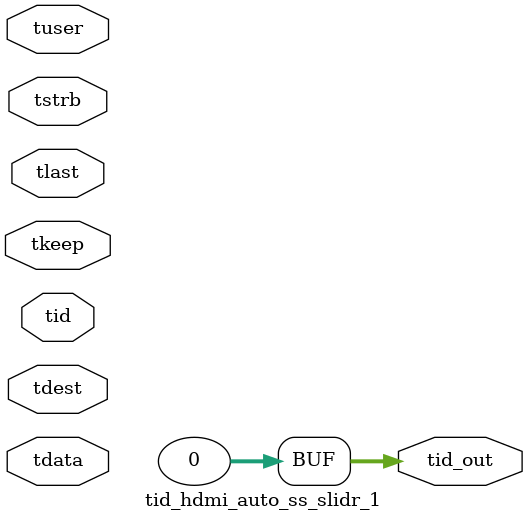
<source format=v>


`timescale 1ps/1ps

module tid_hdmi_auto_ss_slidr_1 #
(
parameter C_S_AXIS_TID_WIDTH   = 1,
parameter C_S_AXIS_TUSER_WIDTH = 0,
parameter C_S_AXIS_TDATA_WIDTH = 0,
parameter C_S_AXIS_TDEST_WIDTH = 0,
parameter C_M_AXIS_TID_WIDTH   = 32
)
(
input  [(C_S_AXIS_TID_WIDTH   == 0 ? 1 : C_S_AXIS_TID_WIDTH)-1:0       ] tid,
input  [(C_S_AXIS_TDATA_WIDTH == 0 ? 1 : C_S_AXIS_TDATA_WIDTH)-1:0     ] tdata,
input  [(C_S_AXIS_TUSER_WIDTH == 0 ? 1 : C_S_AXIS_TUSER_WIDTH)-1:0     ] tuser,
input  [(C_S_AXIS_TDEST_WIDTH == 0 ? 1 : C_S_AXIS_TDEST_WIDTH)-1:0     ] tdest,
input  [(C_S_AXIS_TDATA_WIDTH/8)-1:0 ] tkeep,
input  [(C_S_AXIS_TDATA_WIDTH/8)-1:0 ] tstrb,
input                                                                    tlast,
output [(C_M_AXIS_TID_WIDTH   == 0 ? 1 : C_M_AXIS_TID_WIDTH)-1:0       ] tid_out
);

assign tid_out = {1'b0};

endmodule


</source>
